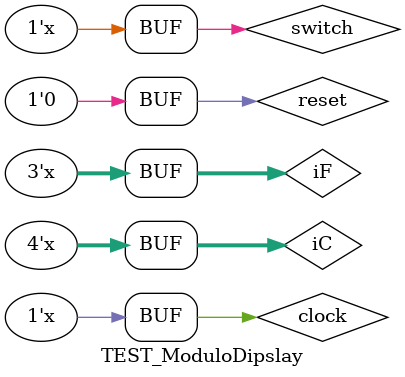
<source format=v>
`timescale 1us / 1ps


module TEST_ModuloDipslay;

	// Inputs
	reg [2:0] iF;
	reg [3:0] iC;
	reg switch;
	reg clock;
	reg reset;

	// Outputs
	wire a;
	wire b;
	wire c;
	wire d;
	wire e;
	wire f;
	wire g;
	wire dp;
	wire [3:0] an;

	// Instantiate the Unit Under Test (UUT)
	ModuloDeDisplay uut (
		.iF(iF), 
		.iC(iC), 
		.switch(switch), 
		.clock(clock), 
		.reset(reset), 
		.a(a), 
		.b(b), 
		.c(c), 
		.d(d), 
		.e(e), 
		.f(f), 
		.g(g), 
		.dp(dp), 
		.an(an)
	);

	initial begin
		// Initialize Inputs
		iF = 0;
		iC = 0;
		switch = 1;
		clock = 0;
		reset = 0;

		// Wait 100 ns for global reset to finish
		#100;
		reset = 1;
		#100;
		reset =0;
        
		// Add stimulus here

	end
	always 
	begin
	#100 clock=~clock;
	#100 switch =~switch;
	#200 iF = iF+1;
	#500 iC= iC+1;
	end
	
      
endmodule


</source>
